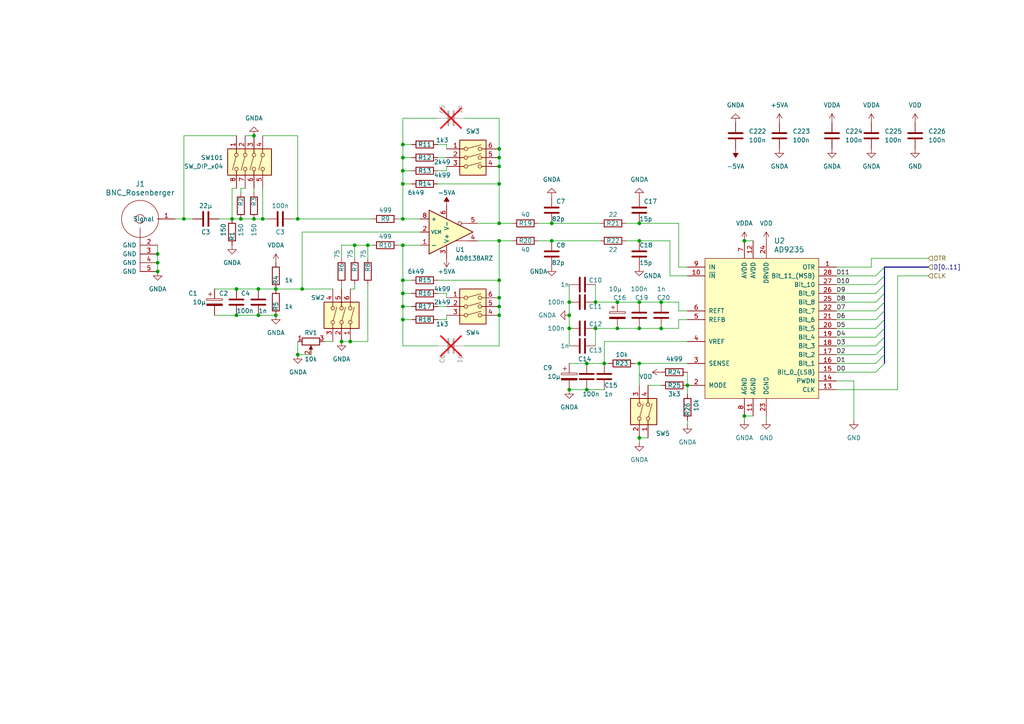
<source format=kicad_sch>
(kicad_sch (version 20230121) (generator eeschema)
  (paper "A4")
  (title_block (title "FX3 USB3 ADC") (date "2023-11-22") (rev "0.0.5") (comment 1 "Analog input + ADC"))
  (lib_symbols
    (symbol "ADC:AD9235" (pin_names (offset 1.016))
      (property "Reference" "U" (at -15.24 -21.59 0))
      (property "Value" "AD9235" (at -12.7 21.59 0))
      (symbol "AD9235_1_1"
        (pin input line (at 21.59 17.78 180) (length 5.08) (name "OTR") (number "1"))
        (pin input line (at -21.59 15.24 0) (length 5.08) (name "~{IN}") (number "10"))
        (pin power_in line (at -2.54 -25.4 90) (length 5.08) (name "AGND") (number "11"))
        (pin power_in line (at -2.54 25.4 270) (length 5.08) (name "AVDD") (number "12"))
        (pin input line (at 21.59 -17.78 180) (length 5.08) (name "CLK") (number "13"))
        (pin input line (at 21.59 -15.24 180) (length 5.08) (name "PWDN") (number "14"))
        (pin output line (at 21.59 -12.7 180) (length 5.08) (name "Bit_0_(LSB)") (number "15"))
        (pin output line (at 21.59 -10.16 180) (length 5.08) (name "Bit_1") (number "16"))
        (pin output line (at 21.59 -7.62 180) (length 5.08) (name "Bit_2") (number "17"))
        (pin output line (at 21.59 -5.08 180) (length 5.08) (name "Bit_3") (number "18"))
        (pin output line (at 21.59 -2.54 180) (length 5.08) (name "Bit_4") (number "19"))
        (pin input line (at -21.59 -16.51 0) (length 5.08) (name "MODE") (number "2"))
        (pin output line (at 21.59 0 180) (length 5.08) (name "Bit_5") (number "20"))
        (pin output line (at 21.59 2.54 180) (length 5.08) (name "Bit_6") (number "21"))
        (pin output line (at 21.59 5.08 180) (length 5.08) (name "Bit_7") (number "22"))
        (pin power_in line (at 1.27 -25.4 90) (length 5.08) (name "DGND") (number "23"))
        (pin power_in line (at 1.27 25.4 270) (length 5.08) (name "DRVDD") (number "24"))
        (pin output line (at 21.59 7.62 180) (length 5.08) (name "Bit_8") (number "25"))
        (pin output line (at 21.59 10.16 180) (length 5.08) (name "Bit_9") (number "26"))
        (pin output line (at 21.59 12.7 180) (length 5.08) (name "Bit_10") (number "27"))
        (pin output line (at 21.59 15.24 180) (length 5.08) (name "Bit_11_(MSB)") (number "28"))
        (pin input line (at -21.59 -10.16 0) (length 5.08) (name "SENSE") (number "3"))
        (pin input line (at -21.59 -3.81 0) (length 5.08) (name "VREF") (number "4"))
        (pin power_out line (at -21.59 2.54 0) (length 5.08) (name "REFB") (number "5"))
        (pin power_out line (at -21.59 5.08 0) (length 5.08) (name "REFT") (number "6"))
        (pin power_in line (at -5.08 25.4 270) (length 5.08) (name "AVDD") (number "7"))
        (pin power_in line (at -5.08 -25.4 90) (length 5.08) (name "AGND") (number "8"))
        (pin input line (at -21.59 17.78 0) (length 5.08) (name "IN") (number "9"))
      )
    )
    (symbol "Amplifier_Differential_AKL:AD8138ARZ"
      (property "Reference" "U" (at 8.89 11.43 0))
      (property "Value" "AD8138ARZ" (at 8.89 8.89 0))
      (symbol "AD8138ARZ_1_1"
        (pin input line (at -7.62 3.81 0) (length 2.54) (name "-") (number "1"))
        (pin input line (at -7.62 0 0) (length 2.54) (name "VCM") (number "2"))
        (pin power_in line (at 0 7.62 270) (length 3.84) (name "V+") (number "3"))
        (pin output line (at 8.89 2.54 180) (length 2.54) (name "~") (number "4"))
        (pin output line (at 8.89 -2.54 180) (length 2.54) (name "~") (number "5"))
        (pin power_in line (at 0 -7.62 90) (length 3.84) (name "V-") (number "6"))
        (pin no_connect line (at 0 0 0) (length 2.54) hide (name "NC") (number "7"))
        (pin input line (at -7.62 -3.81 0) (length 2.54) (name "+") (number "8"))
      )
    )
    (symbol "Device:C" (pin_numbers hide) (pin_names (offset 0.254))
      (property "Reference" "C" (at 0.635 2.54 0))
      (property "Value" "C" (at 0.635 -2.54 0))
      (symbol "C_1_1"
        (pin passive line (at 0 3.81 270) (length 2.794) (name "~") (number "1"))
        (pin passive line (at 0 -3.81 90) (length 2.794) (name "~") (number "2"))
      )
    )
    (symbol "Device:C_Polarized" (pin_numbers hide) (pin_names (offset 0.254))
      (property "Reference" "C" (at 0.635 2.54 0))
      (property "Value" "C_Polarized" (at 0.635 -2.54 0))
      (symbol "C_Polarized_1_1"
        (pin passive line (at 0 3.81 270) (length 2.794) (name "~") (number "1"))
        (pin passive line (at 0 -3.81 90) (length 2.794) (name "~") (number "2"))
      )
    )
    (symbol "Device:R" (pin_numbers hide) (pin_names (offset 0))
      (property "Reference" "R" (at 2.032 0 90))
      (property "Value" "R" (at 0 0 90))
      (symbol "R_1_1"
        (pin passive line (at 0 3.81 270) (length 1.27) (name "~") (number "1"))
        (pin passive line (at 0 -3.81 90) (length 1.27) (name "~") (number "2"))
      )
    )
    (symbol "Device:R_Potentiometer" (pin_names (offset 1.016) hide)
      (property "Reference" "RV" (at -4.445 0 90))
      (property "Value" "R_Potentiometer" (at -2.54 0 90))
      (symbol "R_Potentiometer_1_1"
        (pin passive line (at 0 3.81 270) (length 1.27) (name "1") (number "1"))
        (pin passive line (at 3.81 0 180) (length 1.27) (name "2") (number "2"))
        (pin passive line (at 0 -3.81 90) (length 1.27) (name "3") (number "3"))
      )
    )
    (symbol "Switch:SW_DIP_x02" (pin_names (offset 0) hide)
      (property "Reference" "SW" (at 0 6.35 0))
      (property "Value" "SW_DIP_x02" (at 0 -3.81 0))
      (symbol "SW_DIP_x02_1_1"
        (pin passive line (at -7.62 2.54 0) (length 5.08) (name "~") (number "1"))
        (pin passive line (at -7.62 0 0) (length 5.08) (name "~") (number "2"))
        (pin passive line (at 7.62 0 180) (length 5.08) (name "~") (number "3"))
        (pin passive line (at 7.62 2.54 180) (length 5.08) (name "~") (number "4"))
      )
    )
    (symbol "Switch:SW_DIP_x03" (pin_names (offset 0) hide)
      (property "Reference" "SW" (at 0 8.89 0))
      (property "Value" "SW_DIP_x03" (at 0 -3.81 0))
      (symbol "SW_DIP_x03_1_1"
        (pin passive line (at -7.62 5.08 0) (length 5.08) (name "~") (number "1"))
        (pin passive line (at -7.62 2.54 0) (length 5.08) (name "~") (number "2"))
        (pin passive line (at -7.62 0 0) (length 5.08) (name "~") (number "3"))
        (pin passive line (at 7.62 0 180) (length 5.08) (name "~") (number "4"))
        (pin passive line (at 7.62 2.54 180) (length 5.08) (name "~") (number "5"))
        (pin passive line (at 7.62 5.08 180) (length 5.08) (name "~") (number "6"))
      )
    )
    (symbol "Switch:SW_DIP_x04" (pin_names (offset 0) hide)
      (property "Reference" "SW" (at 0 8.89 0))
      (property "Value" "SW_DIP_x04" (at 0 -6.35 0))
      (symbol "SW_DIP_x04_1_1"
        (pin passive line (at -7.62 5.08 0) (length 5.08) (name "~") (number "1"))
        (pin passive line (at -7.62 2.54 0) (length 5.08) (name "~") (number "2"))
        (pin passive line (at -7.62 0 0) (length 5.08) (name "~") (number "3"))
        (pin passive line (at -7.62 -2.54 0) (length 5.08) (name "~") (number "4"))
        (pin passive line (at 7.62 -2.54 180) (length 5.08) (name "~") (number "5"))
        (pin passive line (at 7.62 0 180) (length 5.08) (name "~") (number "6"))
        (pin passive line (at 7.62 2.54 180) (length 5.08) (name "~") (number "7"))
        (pin passive line (at 7.62 5.08 180) (length 5.08) (name "~") (number "8"))
      )
    )
    (symbol "bnc_rosenberger:BNC_Rosenberger" (pin_names (offset 1.016))
      (property "Reference" "J" (at -3.81 6.35 0))
      (property "Value" "BNC_Rosenberger" (at -7.62 -5.08 90))
      (symbol "BNC_Rosenberger_1_1"
        (pin bidirectional line (at 10.16 0 180) (length 5.08) (name "Signal") (number "1"))
        (pin power_in line (at 5.08 -7.62 180) (length 5.08) (name "GND") (number "2"))
        (pin power_in line (at 5.08 -10.16 180) (length 5.08) (name "GND") (number "3"))
        (pin power_in line (at 5.08 -12.7 180) (length 5.08) (name "GND") (number "4"))
        (pin power_in line (at 5.08 -15.24 180) (length 5.08) (name "GND") (number "5"))
      )
    )
    (symbol "power:+5VA" (power) (pin_names (offset 0))
      (property "Value" "+5VA" (at 0 3.556 0))
      (symbol "+5VA_1_1"
        (pin power_in line (at 0 0 90) (length 0) hide (name "+5VA") (number "1"))
      )
    )
    (symbol "power:-5VA" (power) (pin_names (offset 0))
      (property "Value" "-5VA" (at 0 3.81 0))
      (symbol "-5VA_0_0"
        (pin power_in line (at 0 0 90) (length 0) hide (name "-5VA") (number "1"))
      )
    )
    (symbol "power:GND" (power) (pin_names (offset 0))
      (property "Value" "GND" (at 0 -3.81 0))
      (symbol "GND_1_1"
        (pin power_in line (at 0 0 270) (length 0) hide (name "GND") (number "1"))
      )
    )
    (symbol "power:GNDA" (power) (pin_names (offset 0))
      (property "Value" "GNDA" (at 0 -3.81 0))
      (symbol "GNDA_1_1"
        (pin power_in line (at 0 0 270) (length 0) hide (name "GNDA") (number "1"))
      )
    )
    (symbol "power:VDD" (power) (pin_names (offset 0))
      (property "Value" "VDD" (at 0 3.81 0))
      (symbol "VDD_1_1"
        (pin power_in line (at 0 0 90) (length 0) hide (name "VDD") (number "1"))
      )
    )
    (symbol "power:VDDA" (power) (pin_names (offset 0))
      (property "Value" "VDDA" (at 0 3.81 0))
      (symbol "VDDA_1_1"
        (pin power_in line (at 0 0 90) (length 0) hide (name "VDDA") (number "1"))
      )
    )
  )
  (junction (at 45.72 76.2))
  (junction (at 116.84 53.34))
  (junction (at 144.78 64.77))
  (junction (at 116.84 45.72))
  (junction (at 165.1 91.44))
  (junction (at 165.1 95.25))
  (junction (at 165.1 87.63))
  (junction (at 165.1 113.03))
  (junction (at 172.72 95.25))
  (junction (at 67.31 63.5))
  (junction (at 86.36 102.87))
  (junction (at 76.2 63.5))
  (junction (at 191.77 87.63))
  (junction (at 73.66 63.5))
  (junction (at 102.87 71.12))
  (junction (at 144.78 88.9))
  (junction (at 215.9 120.65))
  (junction (at 160.02 69.85))
  (junction (at 144.78 91.44))
  (junction (at 74.93 91.44))
  (junction (at 170.18 113.03))
  (junction (at 116.84 81.28))
  (junction (at 172.72 87.63))
  (junction (at 116.84 92.71))
  (junction (at 185.42 87.63))
  (junction (at 69.85 63.5))
  (junction (at 175.26 105.41))
  (junction (at 116.84 63.5))
  (junction (at 191.77 95.25))
  (junction (at 179.07 95.25))
  (junction (at 160.02 64.77))
  (junction (at 144.78 48.26))
  (junction (at 185.42 64.77))
  (junction (at 215.9 69.85))
  (junction (at 53.34 63.5))
  (junction (at 80.01 91.44))
  (junction (at 80.01 83.82))
  (junction (at 116.84 85.09))
  (junction (at 68.58 83.82))
  (junction (at 99.06 99.06))
  (junction (at 144.78 45.72))
  (junction (at 45.72 73.66))
  (junction (at 144.78 86.36))
  (junction (at 68.58 91.44))
  (junction (at 170.18 105.41))
  (junction (at 86.36 63.5))
  (junction (at 144.78 43.18))
  (junction (at 45.72 78.74))
  (junction (at 185.42 69.85))
  (junction (at 144.78 69.85))
  (junction (at 116.84 49.53))
  (junction (at 144.78 53.34))
  (junction (at 74.93 83.82))
  (junction (at 116.84 71.12))
  (junction (at 185.42 95.25))
  (junction (at 144.78 81.28))
  (junction (at 73.66 39.37))
  (junction (at 116.84 41.91))
  (junction (at 101.6 99.06))
  (junction (at 185.42 105.41))
  (junction (at 116.84 88.9))
  (junction (at 179.07 87.63))
  (junction (at 106.68 71.12))
  (junction (at 199.39 111.76))
  (junction (at 185.42 127))
  (junction (at 87.63 83.82))
  (bus_entry (at 256.54 85.09) (size -2.54 2.54))
  (bus_entry (at 256.54 102.87) (size -2.54 2.54))
  (bus_entry (at 256.54 80.01) (size -2.54 2.54))
  (bus_entry (at 256.54 90.17) (size -2.54 2.54))
  (bus_entry (at 256.54 105.41) (size -2.54 2.54))
  (bus_entry (at 256.54 97.79) (size -2.54 2.54))
  (bus_entry (at 256.54 87.63) (size -2.54 2.54))
  (bus_entry (at 256.54 77.47) (size -2.54 2.54))
  (bus_entry (at 256.54 100.33) (size -2.54 2.54))
  (bus_entry (at 256.54 95.25) (size -2.54 2.54))
  (bus_entry (at 256.54 92.71) (size -2.54 2.54))
  (bus_entry (at 256.54 82.55) (size -2.54 2.54))
  (wire (pts (xy 160.02 64.77) (xy 173.99 64.77)))
  (wire (pts (xy 242.57 80.01) (xy 254 80.01)))
  (wire (pts (xy 222.25 121.92) (xy 222.25 120.65)))
  (wire (pts (xy 63.5 63.5) (xy 67.31 63.5)))
  (wire (pts (xy 116.84 88.9) (xy 119.38 88.9)))
  (wire (pts (xy 102.87 83.82) (xy 102.87 82.55)))
  (wire (pts (xy 260.35 80.01) (xy 269.24 80.01)))
  (bus (pts (xy 256.54 80.01) (xy 256.54 82.55)))
  (wire (pts (xy 101.6 83.82) (xy 102.87 83.82)))
  (wire (pts (xy 185.42 105.41) (xy 185.42 111.76)))
  (wire (pts (xy 45.72 73.66) (xy 45.72 76.2)))
  (wire (pts (xy 116.84 53.34) (xy 116.84 63.5)))
  (wire (pts (xy 116.84 45.72) (xy 119.38 45.72)))
  (wire (pts (xy 185.42 105.41) (xy 199.39 105.41)))
  (bus (pts (xy 256.54 95.25) (xy 256.54 97.79)))
  (wire (pts (xy 116.84 100.33) (xy 127 100.33)))
  (wire (pts (xy 119.38 92.71) (xy 116.84 92.71)))
  (wire (pts (xy 127 92.71) (xy 129.54 92.71)))
  (wire (pts (xy 156.21 64.77) (xy 160.02 64.77)))
  (wire (pts (xy 129.54 49.53) (xy 129.54 48.26)))
  (wire (pts (xy 185.42 95.25) (xy 191.77 95.25)))
  (wire (pts (xy 242.57 82.55) (xy 254 82.55)))
  (bus (pts (xy 256.54 102.87) (xy 256.54 105.41)))
  (wire (pts (xy 252.73 77.47) (xy 252.73 74.93)))
  (wire (pts (xy 106.68 82.55) (xy 106.68 99.06)))
  (wire (pts (xy 199.39 111.76) (xy 199.39 114.3)))
  (wire (pts (xy 129.54 85.09) (xy 129.54 86.36)))
  (wire (pts (xy 165.1 87.63) (xy 165.1 91.44)))
  (wire (pts (xy 215.9 120.65) (xy 215.9 121.92)))
  (wire (pts (xy 172.72 82.55) (xy 172.72 87.63)))
  (wire (pts (xy 242.57 85.09) (xy 254 85.09)))
  (wire (pts (xy 172.72 87.63) (xy 179.07 87.63)))
  (wire (pts (xy 45.72 71.12) (xy 45.72 73.66)))
  (wire (pts (xy 73.66 55.88) (xy 73.66 54.61)))
  (wire (pts (xy 86.36 102.87) (xy 86.36 99.06)))
  (bus (pts (xy 256.54 97.79) (xy 256.54 100.33)))
  (wire (pts (xy 181.61 64.77) (xy 185.42 64.77)))
  (wire (pts (xy 106.68 74.93) (xy 106.68 71.12)))
  (wire (pts (xy 116.84 45.72) (xy 116.84 49.53)))
  (wire (pts (xy 99.06 71.12) (xy 99.06 74.93)))
  (bus (pts (xy 256.54 100.33) (xy 256.54 102.87)))
  (wire (pts (xy 215.9 69.85) (xy 218.44 69.85)))
  (wire (pts (xy 76.2 63.5) (xy 77.47 63.5)))
  (wire (pts (xy 116.84 34.29) (xy 116.84 41.91)))
  (wire (pts (xy 116.84 49.53) (xy 116.84 53.34)))
  (wire (pts (xy 165.1 113.03) (xy 170.18 113.03)))
  (wire (pts (xy 185.42 69.85) (xy 194.31 69.85)))
  (wire (pts (xy 172.72 95.25) (xy 179.07 95.25)))
  (wire (pts (xy 144.78 43.18) (xy 144.78 45.72)))
  (wire (pts (xy 185.42 127) (xy 185.42 128.27)))
  (bus (pts (xy 256.54 77.47) (xy 269.24 77.47)))
  (wire (pts (xy 165.1 95.25) (xy 165.1 100.33)))
  (bus (pts (xy 256.54 87.63) (xy 256.54 90.17)))
  (wire (pts (xy 175.26 99.06) (xy 199.39 99.06)))
  (wire (pts (xy 170.18 105.41) (xy 175.26 105.41)))
  (wire (pts (xy 144.78 100.33) (xy 144.78 91.44)))
  (wire (pts (xy 160.02 69.85) (xy 173.99 69.85)))
  (wire (pts (xy 76.2 39.37) (xy 86.36 39.37)))
  (wire (pts (xy 247.65 110.49) (xy 247.65 121.92)))
  (wire (pts (xy 67.31 54.61) (xy 67.31 63.5)))
  (wire (pts (xy 199.39 107.95) (xy 199.39 111.76)))
  (wire (pts (xy 102.87 71.12) (xy 99.06 71.12)))
  (wire (pts (xy 50.8 63.5) (xy 53.34 63.5)))
  (wire (pts (xy 134.62 34.29) (xy 144.78 34.29)))
  (wire (pts (xy 62.23 91.44) (xy 68.58 91.44)))
  (wire (pts (xy 242.57 102.87) (xy 254 102.87)))
  (wire (pts (xy 90.17 102.87) (xy 86.36 102.87)))
  (wire (pts (xy 242.57 92.71) (xy 254 92.71)))
  (wire (pts (xy 68.58 54.61) (xy 67.31 54.61)))
  (wire (pts (xy 129.54 41.91) (xy 129.54 43.18)))
  (wire (pts (xy 119.38 41.91) (xy 116.84 41.91)))
  (wire (pts (xy 196.85 95.25) (xy 196.85 92.71)))
  (wire (pts (xy 196.85 90.17) (xy 196.85 87.63)))
  (wire (pts (xy 67.31 63.5) (xy 69.85 63.5)))
  (wire (pts (xy 62.23 83.82) (xy 68.58 83.82)))
  (wire (pts (xy 119.38 85.09) (xy 116.84 85.09)))
  (wire (pts (xy 116.84 63.5) (xy 121.92 63.5)))
  (wire (pts (xy 116.84 71.12) (xy 121.92 71.12)))
  (wire (pts (xy 127 34.29) (xy 116.84 34.29)))
  (wire (pts (xy 127 88.9) (xy 129.54 88.9)))
  (wire (pts (xy 80.01 83.82) (xy 87.63 83.82)))
  (wire (pts (xy 242.57 100.33) (xy 254 100.33)))
  (wire (pts (xy 127 41.91) (xy 129.54 41.91)))
  (wire (pts (xy 85.09 63.5) (xy 86.36 63.5)))
  (wire (pts (xy 179.07 87.63) (xy 185.42 87.63)))
  (wire (pts (xy 69.85 54.61) (xy 69.85 55.88)))
  (wire (pts (xy 242.57 105.41) (xy 254 105.41)))
  (wire (pts (xy 87.63 83.82) (xy 96.52 83.82)))
  (wire (pts (xy 127 85.09) (xy 129.54 85.09)))
  (wire (pts (xy 215.9 120.65) (xy 218.44 120.65)))
  (bus (pts (xy 256.54 92.71) (xy 256.54 95.25)))
  (wire (pts (xy 116.84 85.09) (xy 116.84 81.28)))
  (wire (pts (xy 101.6 99.06) (xy 106.68 99.06)))
  (wire (pts (xy 185.42 127) (xy 187.96 127)))
  (wire (pts (xy 71.12 54.61) (xy 69.85 54.61)))
  (wire (pts (xy 138.43 64.77) (xy 144.78 64.77)))
  (wire (pts (xy 194.31 69.85) (xy 194.31 80.01)))
  (wire (pts (xy 86.36 63.5) (xy 107.95 63.5)))
  (wire (pts (xy 199.39 90.17) (xy 196.85 90.17)))
  (wire (pts (xy 99.06 83.82) (xy 99.06 82.55)))
  (wire (pts (xy 116.84 41.91) (xy 116.84 45.72)))
  (wire (pts (xy 116.84 88.9) (xy 116.84 92.71)))
  (wire (pts (xy 68.58 39.37) (xy 53.34 39.37)))
  (wire (pts (xy 87.63 67.31) (xy 87.63 83.82)))
  (wire (pts (xy 242.57 77.47) (xy 252.73 77.47)))
  (wire (pts (xy 194.31 80.01) (xy 199.39 80.01)))
  (wire (pts (xy 196.85 92.71) (xy 199.39 92.71)))
  (wire (pts (xy 127 53.34) (xy 144.78 53.34)))
  (wire (pts (xy 175.26 105.41) (xy 176.53 105.41)))
  (wire (pts (xy 93.98 99.06) (xy 96.52 99.06)))
  (wire (pts (xy 181.61 69.85) (xy 185.42 69.85)))
  (wire (pts (xy 45.72 76.2) (xy 45.72 78.74)))
  (wire (pts (xy 144.78 69.85) (xy 144.78 81.28)))
  (wire (pts (xy 68.58 83.82) (xy 74.93 83.82)))
  (wire (pts (xy 260.35 113.03) (xy 260.35 80.01)))
  (wire (pts (xy 172.72 95.25) (xy 172.72 100.33)))
  (wire (pts (xy 127 49.53) (xy 129.54 49.53)))
  (wire (pts (xy 242.57 113.03) (xy 260.35 113.03)))
  (wire (pts (xy 199.39 77.47) (xy 196.85 77.47)))
  (bus (pts (xy 256.54 77.47) (xy 256.54 80.01)))
  (wire (pts (xy 185.42 87.63) (xy 191.77 87.63)))
  (wire (pts (xy 144.78 88.9) (xy 144.78 91.44)))
  (wire (pts (xy 191.77 95.25) (xy 196.85 95.25)))
  (wire (pts (xy 144.78 48.26) (xy 144.78 53.34)))
  (wire (pts (xy 99.06 99.06) (xy 101.6 99.06)))
  (wire (pts (xy 185.42 64.77) (xy 196.85 64.77)))
  (wire (pts (xy 196.85 77.47) (xy 196.85 64.77)))
  (wire (pts (xy 74.93 83.82) (xy 80.01 83.82)))
  (wire (pts (xy 134.62 100.33) (xy 144.78 100.33)))
  (wire (pts (xy 116.84 88.9) (xy 116.84 85.09)))
  (wire (pts (xy 115.57 63.5) (xy 116.84 63.5)))
  (wire (pts (xy 144.78 81.28) (xy 144.78 86.36)))
  (wire (pts (xy 116.84 81.28) (xy 119.38 81.28)))
  (wire (pts (xy 156.21 69.85) (xy 160.02 69.85)))
  (wire (pts (xy 242.57 95.25) (xy 254 95.25)))
  (wire (pts (xy 68.58 91.44) (xy 74.93 91.44)))
  (wire (pts (xy 242.57 90.17) (xy 254 90.17)))
  (wire (pts (xy 144.78 53.34) (xy 144.78 64.77)))
  (wire (pts (xy 115.57 71.12) (xy 116.84 71.12)))
  (wire (pts (xy 165.1 91.44) (xy 165.1 95.25)))
  (wire (pts (xy 185.42 105.41) (xy 184.15 105.41)))
  (wire (pts (xy 127 45.72) (xy 129.54 45.72)))
  (wire (pts (xy 129.54 92.71) (xy 129.54 91.44)))
  (wire (pts (xy 116.84 81.28) (xy 116.84 71.12)))
  (wire (pts (xy 53.34 39.37) (xy 53.34 63.5)))
  (wire (pts (xy 87.63 67.31) (xy 121.92 67.31)))
  (wire (pts (xy 242.57 110.49) (xy 247.65 110.49)))
  (wire (pts (xy 242.57 87.63) (xy 254 87.63)))
  (wire (pts (xy 76.2 63.5) (xy 76.2 54.61)))
  (wire (pts (xy 102.87 74.93) (xy 102.87 71.12)))
  (wire (pts (xy 106.68 71.12) (xy 102.87 71.12)))
  (wire (pts (xy 73.66 63.5) (xy 76.2 63.5)))
  (wire (pts (xy 127 81.28) (xy 144.78 81.28)))
  (wire (pts (xy 144.78 34.29) (xy 144.78 43.18)))
  (wire (pts (xy 69.85 63.5) (xy 73.66 63.5)))
  (wire (pts (xy 165.1 105.41) (xy 170.18 105.41)))
  (wire (pts (xy 242.57 97.79) (xy 254 97.79)))
  (wire (pts (xy 144.78 86.36) (xy 144.78 88.9)))
  (bus (pts (xy 256.54 90.17) (xy 256.54 92.71)))
  (wire (pts (xy 187.96 111.76) (xy 191.77 111.76)))
  (wire (pts (xy 55.88 63.5) (xy 53.34 63.5)))
  (wire (pts (xy 116.84 92.71) (xy 116.84 100.33)))
  (wire (pts (xy 116.84 53.34) (xy 119.38 53.34)))
  (wire (pts (xy 170.18 113.03) (xy 175.26 113.03)))
  (wire (pts (xy 74.93 91.44) (xy 80.01 91.44)))
  (wire (pts (xy 199.39 121.92) (xy 199.39 123.19)))
  (wire (pts (xy 191.77 87.63) (xy 196.85 87.63)))
  (bus (pts (xy 256.54 85.09) (xy 256.54 87.63)))
  (wire (pts (xy 144.78 45.72) (xy 144.78 48.26)))
  (wire (pts (xy 242.57 107.95) (xy 254 107.95)))
  (wire (pts (xy 106.68 71.12) (xy 107.95 71.12)))
  (wire (pts (xy 144.78 69.85) (xy 148.59 69.85)))
  (wire (pts (xy 252.73 74.93) (xy 269.24 74.93)))
  (wire (pts (xy 71.12 39.37) (xy 73.66 39.37)))
  (wire (pts (xy 116.84 49.53) (xy 119.38 49.53)))
  (wire (pts (xy 179.07 95.25) (xy 185.42 95.25)))
  (wire (pts (xy 86.36 39.37) (xy 86.36 63.5)))
  (bus (pts (xy 256.54 82.55) (xy 256.54 85.09)))
  (wire (pts (xy 175.26 105.41) (xy 175.26 99.06)))
  (wire (pts (xy 165.1 82.55) (xy 165.1 87.63)))
  (wire (pts (xy 144.78 64.77) (xy 148.59 64.77)))
  (wire (pts (xy 138.43 69.85) (xy 144.78 69.85)))
  (label "D5" (at 242.57 95.25 0))
  (label "D4" (at 242.57 97.79 0))
  (label "D6" (at 242.57 92.71 0))
  (label "D10" (at 242.57 82.55 0))
  (label "D8" (at 242.57 87.63 0))
  (label "D3" (at 242.57 100.33 0))
  (label "D11" (at 242.57 80.01 0))
  (label "D7" (at 242.57 90.17 0))
  (label "D1" (at 242.57 105.41 0))
  (label "D9" (at 242.57 85.09 0))
  (label "D2" (at 242.57 102.87 0))
  (label "D0" (at 242.57 107.95 0))
  (hierarchical_label "CLK" (shape input) (at 269.24 80.01 0))
  (hierarchical_label "D[0..11]" (shape input) (at 269.24 77.47 0))
  (hierarchical_label "OTR" (shape input) (at 269.24 74.93 0))
  (symbol (lib_id "power:GNDA") (at 213.36 35.56 180) (unit 1)
    (property "Reference" "#PWR019" (effects hide))
    (property "Value" "GNDA" (at 213.36 30.48 0))
    (instances (project "adc_usb3" (path "" (reference "#PWR019") (unit 1)) (path "" (reference "#PWR0128") (unit 1)) (path "" (reference "#PWR0219") (unit 1))))
  )
  (symbol (lib_id "power:GNDA") (at 160.02 57.15 180) (unit 1)
    (property "Reference" "#PWR09" (effects hide))
    (property "Value" "GNDA" (at 160.02 52.07 0))
    (instances (project "adc_usb3" (path "" (reference "#PWR09") (unit 1)) (path "" (reference "#PWR0119") (unit 1)) (path "" (reference "#PWR0210") (unit 1))))
  )
  (symbol (lib_id "Device:R") (at 80.01 87.63 180) (unit 1)
    (property "Reference" "R5" (at 80.01 90.17 90) (effects (justify right)))
    (property "Value" "1k" (at 82.55 88.9 0) (effects (justify right)))
    (property "Footprint" "Resistor_SMD:R_0805_2012Metric" (effects hide))
    (instances (project "adc_usb3" (path "" (reference "R5") (unit 1)) (path "" (reference "R105") (unit 1)) (path "" (reference "R205") (unit 1))))
  )
  (symbol (lib_id "Device:C") (at 213.36 39.37 0) (unit 1)
    (property "Reference" "C222" (at 217.17 38.1 0) (effects (justify left)))
    (property "Value" "100n" (at 217.17 40.64 0) (effects (justify left)))
    (property "Footprint" "Capacitor_SMD:C_0805_2012Metric" (effects hide))
    (instances (project "adc_usb3" (path "" (reference "C222") (unit 1)) (path "" (reference "C122") (unit 1))))
  )
  (symbol (lib_id "Device:R") (at 106.68 78.74 0) (mirror y) (unit 1)
    (property "Reference" "R8" (at 106.68 76.2 90) (effects (justify right)))
    (property "Value" "75" (at 105.41 72.39 90) (effects (justify right)))
    (property "Footprint" "Resistor_SMD:R_0805_2012Metric" (effects hide))
    (instances (project "adc_usb3" (path "" (reference "R8") (unit 1)) (path "" (reference "R108") (unit 1)) (path "" (reference "R208") (unit 1))))
  )
  (symbol (lib_id "power:GNDA") (at 252.73 43.18 0) (unit 1)
    (property "Reference" "#PWR019" (effects hide))
    (property "Value" "GNDA" (at 252.73 48.26 0))
    (instances (project "adc_usb3" (path "" (reference "#PWR019") (unit 1)) (path "" (reference "#PWR0140") (unit 1)) (path "" (reference "#PWR0231") (unit 1))))
  )
  (symbol (lib_id "power:GNDA") (at 80.01 91.44 0) (unit 1)
    (property "Reference" "#PWR04" (effects hide))
    (property "Value" "GNDA" (at 80.01 96.52 0))
    (instances (project "adc_usb3" (path "" (reference "#PWR04") (unit 1)) (path "" (reference "#PWR0114") (unit 1)) (path "" (reference "#PWR0205") (unit 1))))
  )
  (symbol (lib_id "Device:C") (at 226.06 39.37 0) (unit 1)
    (property "Reference" "C223" (at 229.87 38.1 0) (effects (justify left)))
    (property "Value" "100n" (at 229.87 40.64 0) (effects (justify left)))
    (property "Footprint" "Capacitor_SMD:C_0805_2012Metric" (effects hide))
    (instances (project "adc_usb3" (path "" (reference "C223") (unit 1)) (path "" (reference "C123") (unit 1))))
  )
  (symbol (lib_id "power:+5VA") (at 226.06 35.56 0) (unit 1)
    (property "Reference" "#PWR0134" (effects hide))
    (property "Value" "+5VA" (at 226.06 30.48 0))
    (instances (project "adc_usb3" (path "" (reference "#PWR0134") (unit 1)) (path "" (reference "#PWR0225") (unit 1))))
  )
  (symbol (lib_id "power:GNDA") (at 165.1 113.03 0) (unit 1)
    (property "Reference" "#PWR012" (effects hide))
    (property "Value" "GNDA" (at 165.1 118.11 0))
    (instances (project "adc_usb3" (path "" (reference "#PWR012") (unit 1)) (path "" (reference "#PWR0122") (unit 1)) (path "" (reference "#PWR0213") (unit 1))))
  )
  (symbol (lib_id "power:GNDA") (at 185.42 77.47 0) (unit 1)
    (property "Reference" "#PWR014" (effects hide))
    (property "Value" "GNDA" (at 189.23 80.01 0))
    (instances (project "adc_usb3" (path "" (reference "#PWR014") (unit 1)) (path "" (reference "#PWR0124") (unit 1)) (path "" (reference "#PWR0215") (unit 1))))
  )
  (symbol (lib_id "Device:R") (at 123.19 53.34 90) (unit 1)
    (property "Reference" "R14" (at 123.19 53.34 90))
    (property "Value" "6k49" (at 120.65 55.88 90))
    (property "Footprint" "Resistor_SMD:R_0805_2012Metric" (effects hide))
    (instances (project "adc_usb3" (path "" (reference "R14") (unit 1)) (path "" (reference "R114") (unit 1)) (path "" (reference "R214") (unit 1))))
  )
  (symbol (lib_id "Device:C") (at 168.91 100.33 90) (unit 1)
    (property "Reference" "C13" (at 172.72 101.6 90))
    (property "Value" "1n" (at 163.83 100.33 90))
    (property "Footprint" "Capacitor_SMD:C_0805_2012Metric" (effects hide))
    (instances (project "adc_usb3" (path "" (reference "C13") (unit 1)) (path "" (reference "C114") (unit 1)) (path "" (reference "C214") (unit 1))))
  )
  (symbol (lib_id "Device:C") (at 175.26 109.22 0) (unit 1)
    (property "Reference" "C15" (at 175.26 111.76 0) (effects (justify left)))
    (property "Value" "1n" (at 175.26 114.3 0) (effects (justify left)))
    (property "Footprint" "Capacitor_SMD:C_0805_2012Metric" (effects hide))
    (instances (project "adc_usb3" (path "" (reference "C15") (unit 1)) (path "" (reference "C116") (unit 1)) (path "" (reference "C216") (unit 1))))
  )
  (symbol (lib_id "Device:C") (at 68.58 87.63 0) (unit 1)
    (property "Reference" "C2" (at 63.5 85.09 0) (effects (justify left)))
    (property "Value" "100n" (at 68.58 90.17 0) (effects (justify left)))
    (property "Footprint" "Capacitor_SMD:C_0805_2012Metric" (effects hide))
    (instances (project "adc_usb3" (path "" (reference "C2") (unit 1)) (path "" (reference "C103") (unit 1)) (path "" (reference "C203") (unit 1))))
  )
  (symbol (lib_id "Device:R") (at 195.58 107.95 90) (unit 1)
    (property "Reference" "R24" (at 195.58 107.95 90))
    (property "Value" "4k99" (at 195.58 104.14 90))
    (property "Footprint" "Resistor_SMD:R_0805_2012Metric" (effects hide))
    (instances (project "adc_usb3" (path "" (reference "R24") (unit 1)) (path "" (reference "R124") (unit 1)) (path "" (reference "R224") (unit 1))))
  )
  (symbol (lib_id "Device:C") (at 130.81 34.29 90) (unit 1) (dnp yes)
    (property "Reference" "C5" (at 128.27 33.02 0) (effects (justify left)))
    (property "Value" "1p" (at 133.35 33.02 0) (effects (justify left)))
    (property "Footprint" "Capacitor_SMD:C_0805_2012Metric" (effects hide))
    (instances (project "adc_usb3" (path "" (reference "C5") (unit 1)) (path "" (reference "C106") (unit 1)) (path "" (reference "C206") (unit 1))))
  )
  (symbol (lib_id "Device:C") (at 130.81 100.33 90) (unit 1) (dnp yes)
    (property "Reference" "C6" (at 128.27 105.41 0) (effects (justify left)))
    (property "Value" "1p" (at 133.35 105.41 0) (effects (justify left)))
    (property "Footprint" "Capacitor_SMD:C_0805_2012Metric" (effects hide))
    (instances (project "adc_usb3" (path "" (reference "C6") (unit 1)) (path "" (reference "C107") (unit 1)) (path "" (reference "C207") (unit 1))))
  )
  (symbol (lib_id "Switch:SW_DIP_x03") (at 137.16 91.44 0) (unit 1)
    (property "Reference" "SW4" (at 137.16 96.52 0))
    (property "Value" "SW_DIP_x03" (effects hide))
    (property "Footprint" "Button_Switch_SMD:SW_DIP_SPSTx03_Slide_6.7x9.18mm_W8.61mm_P2.54mm_LowProfile" (effects hide))
    (instances (project "adc_usb3" (path "" (reference "SW4") (unit 1)) (path "" (reference "SW104") (unit 1)) (path "" (reference "SW204") (unit 1))))
  )
  (symbol (lib_id "power:+5VA") (at 129.54 74.93 180) (unit 1)
    (property "Reference" "#PWR0118" (effects hide))
    (property "Value" "+5VA" (at 129.54 78.74 0))
    (instances (project "adc_usb3" (path "" (reference "#PWR0118") (unit 1)) (path "" (reference "#PWR0209") (unit 1))))
  )
  (symbol (lib_id "power:GND") (at 265.43 43.18 0) (unit 1)
    (property "Reference" "#PWR0142" (effects hide))
    (property "Value" "GND" (at 265.43 48.26 0))
    (instances (project "adc_usb3" (path "" (reference "#PWR0142") (unit 1)) (path "" (reference "#PWR0233") (unit 1))))
  )
  (symbol (lib_id "Device:R") (at 111.76 63.5 90) (unit 1)
    (property "Reference" "R9" (at 111.76 63.5 90))
    (property "Value" "499" (at 111.76 60.96 90))
    (property "Footprint" "Resistor_SMD:R_0805_2012Metric" (effects hide))
    (instances (project "adc_usb3" (path "" (reference "R9") (unit 1)) (path "" (reference "R109") (unit 1)) (path "" (reference "R209") (unit 1))))
  )
  (symbol (lib_id "power:GNDA") (at 99.06 99.06 0) (mirror y) (unit 1)
    (property "Reference" "#PWR06" (effects hide))
    (property "Value" "GNDA" (at 99.06 104.14 0))
    (instances (project "adc_usb3" (path "" (reference "#PWR06") (unit 1)) (path "" (reference "#PWR0116") (unit 1)) (path "" (reference "#PWR0207") (unit 1))))
  )
  (symbol (lib_id "Device:R_Potentiometer") (at 90.17 99.06 90) (mirror x) (unit 1)
    (property "Reference" "RV1" (at 90.17 96.52 90))
    (property "Value" "10k" (at 90.17 104.14 90))
    (property "Footprint" "Potentiometer_THT:Potentiometer_Bourns_3266W_Vertical" (effects hide))
    (instances (project "adc_usb3" (path "" (reference "RV1") (unit 1)) (path "" (reference "RV101") (unit 1)) (path "" (reference "RV201") (unit 1))))
  )
  (symbol (lib_id "Device:R") (at 195.58 111.76 90) (unit 1)
    (property "Reference" "R25" (at 195.58 111.76 90))
    (property "Value" "3k3" (at 195.58 114.3 90))
    (property "Footprint" "Resistor_SMD:R_0805_2012Metric" (effects hide))
    (instances (project "adc_usb3" (path "" (reference "R25") (unit 1)) (path "" (reference "R125") (unit 1)) (path "" (reference "R225") (unit 1))))
  )
  (symbol (lib_id "power:GNDA") (at 241.3 43.18 0) (unit 1)
    (property "Reference" "#PWR019" (effects hide))
    (property "Value" "GNDA" (at 241.3 48.26 0))
    (instances (project "adc_usb3" (path "" (reference "#PWR019") (unit 1)) (path "" (reference "#PWR0137") (unit 1)) (path "" (reference "#PWR0228") (unit 1))))
  )
  (symbol (lib_id "power:VDD") (at 265.43 35.56 0) (unit 1)
    (property "Reference" "#PWR0141" (effects hide))
    (property "Value" "VDD" (at 265.43 30.48 0))
    (instances (project "adc_usb3" (path "" (reference "#PWR0141") (unit 1)) (path "" (reference "#PWR0232") (unit 1))))
  )
  (symbol (lib_id "power:GNDA") (at 226.06 43.18 0) (unit 1)
    (property "Reference" "#PWR019" (effects hide))
    (property "Value" "GNDA" (at 226.06 48.26 0))
    (instances (project "adc_usb3" (path "" (reference "#PWR019") (unit 1)) (path "" (reference "#PWR0135") (unit 1)) (path "" (reference "#PWR0226") (unit 1))))
  )
  (symbol (lib_id "power:GNDA") (at 86.36 102.87 0) (mirror y) (unit 1)
    (property "Reference" "#PWR05" (effects hide))
    (property "Value" "GNDA" (at 83.82 107.95 0) (effects (justify right)))
    (instances (project "adc_usb3" (path "" (reference "#PWR05") (unit 1)) (path "" (reference "#PWR0115") (unit 1)) (path "" (reference "#PWR0206") (unit 1))))
  )
  (symbol (lib_id "Device:C") (at 252.73 39.37 0) (unit 1)
    (property "Reference" "C225" (at 256.54 38.1 0) (effects (justify left)))
    (property "Value" "100n" (at 256.54 40.64 0) (effects (justify left)))
    (property "Footprint" "Capacitor_SMD:C_0805_2012Metric" (effects hide))
    (instances (project "adc_usb3" (path "" (reference "C225") (unit 1)) (path "" (reference "C125") (unit 1))))
  )
  (symbol (lib_id "power:-5VA") (at 213.36 43.18 180) (unit 1)
    (property "Reference" "#PWR0129" (effects hide))
    (property "Value" "-5VA" (at 213.36 48.26 0))
    (instances (project "adc_usb3" (path "" (reference "#PWR0129") (unit 1)) (path "" (reference "#PWR0220") (unit 1))))
  )
  (symbol (lib_id "Switch:SW_DIP_x04") (at 73.66 46.99 90) (mirror x) (unit 1)
    (property "Reference" "SW101" (at 64.77 45.72 90) (effects (justify left)))
    (property "Value" "SW_DIP_x04" (at 64.77 48.26 90) (effects (justify left)))
    (property "Footprint" "Button_Switch_SMD:SW_DIP_SPSTx04_Slide_6.7x11.72mm_W8.61mm_P2.54mm_LowProfile" (effects hide))
    (instances (project "adc_usb3" (path "" (reference "SW101") (unit 1)) (path "" (reference "SW201") (unit 1))))
  )
  (symbol (lib_id "Device:R") (at 123.19 45.72 90) (unit 1)
    (property "Reference" "R12" (at 123.19 45.72 90))
    (property "Value" "2k49" (at 128.27 46.99 90))
    (property "Footprint" "Resistor_SMD:R_0805_2012Metric" (effects hide))
    (instances (project "adc_usb3" (path "" (reference "R12") (unit 1)) (path "" (reference "R112") (unit 1)) (path "" (reference "R212") (unit 1))))
  )
  (symbol (lib_id "power:VDDA") (at 241.3 35.56 0) (unit 1)
    (property "Reference" "#PWR018" (effects hide))
    (property "Value" "VDDA" (at 241.3 30.48 0))
    (instances (project "adc_usb3" (path "" (reference "#PWR018") (unit 1)) (path "" (reference "#PWR0136") (unit 1)) (path "" (reference "#PWR0227") (unit 1))))
  )
  (symbol (lib_id "power:GNDA") (at 160.02 77.47 0) (unit 1)
    (property "Reference" "#PWR010" (effects hide))
    (property "Value" "GNDA" (at 156.21 78.74 0))
    (instances (project "adc_usb3" (path "" (reference "#PWR010") (unit 1)) (path "" (reference "#PWR0120") (unit 1)) (path "" (reference "#PWR0211") (unit 1))))
  )
  (symbol (lib_id "bnc_rosenberger:BNC_Rosenberger") (at 40.64 63.5 0) (unit 1)
    (property "Reference" "J1" (at 40.64 53.34 0) (effects (font (size 1.524 1.524))))
    (property "Value" "BNC_Rosenberger" (at 40.64 55.88 0) (effects (font (size 1.524 1.524))))
    (property "Footprint" "BNC_Rosenberger:BNC Socket" (effects hide))
    (instances (project "adc_usb3" (path "" (reference "J1") (unit 1)) (path "" (reference "J101") (unit 1)) (path "" (reference "J201") (unit 1))))
  )
  (symbol (lib_id "power:GNDA") (at 185.42 128.27 0) (unit 1)
    (property "Reference" "#PWR015" (effects hide))
    (property "Value" "GNDA" (at 185.42 133.35 0))
    (instances (project "adc_usb3" (path "" (reference "#PWR015") (unit 1)) (path "" (reference "#PWR0125") (unit 1)) (path "" (reference "#PWR0216") (unit 1))))
  )
  (symbol (lib_id "Device:C") (at 191.77 91.44 0) (unit 1)
    (property "Reference" "C20" (at 190.5 86.36 0) (effects (justify left)))
    (property "Value" "1n" (at 190.5 83.82 0) (effects (justify left)))
    (property "Footprint" "Capacitor_SMD:C_0805_2012Metric" (effects hide))
    (instances (project "adc_usb3" (path "" (reference "C20") (unit 1)) (path "" (reference "C121") (unit 1)) (path "" (reference "C221") (unit 1))))
  )
  (symbol (lib_id "Amplifier_Differential_AKL:AD8138ARZ") (at 129.54 67.31 0) (mirror x) (unit 1)
    (property "Reference" "U1" (at 132.08 72.39 0) (effects (justify left)))
    (property "Value" "AD8138ARZ" (at 132.08 74.93 0) (effects (justify left)))
    (property "Footprint" "Package_SO:SO-8_3.9x4.9mm_P1.27mm" (effects hide))
    (property "Datasheet" "https://www.analog.com/media/en/technical-documentation/data-sheets/AD8138.pdf" (effects hide))
    (instances (project "adc_usb3" (path "" (reference "U1") (unit 1)) (path "" (reference "U101") (unit 1)) (path "" (reference "U201") (unit 1))))
  )
  (symbol (lib_id "power:VDDA") (at 80.01 76.2 0) (unit 1)
    (property "Reference" "#PWR03" (effects hide))
    (property "Value" "VDDA" (at 80.01 71.12 0))
    (instances (project "adc_usb3" (path "" (reference "#PWR03") (unit 1)) (path "" (reference "#PWR0113") (unit 1)) (path "" (reference "#PWR0204") (unit 1))))
  )
  (symbol (lib_id "Device:C") (at 81.28 63.5 90) (mirror x) (unit 1)
    (property "Reference" "C3" (at 81.28 67.31 90))
    (property "Value" "100n" (at 81.28 59.69 90))
    (property "Footprint" "Capacitor_SMD:C_1206_3216Metric" (effects hide))
    (instances (project "adc_usb3" (path "" (reference "C3") (unit 1)) (path "" (reference "C105") (unit 1)) (path "" (reference "C205") (unit 1))))
  )
  (symbol (lib_id "Device:R") (at 177.8 69.85 90) (unit 1)
    (property "Reference" "R22" (at 177.8 69.85 90))
    (property "Value" "22" (at 177.8 72.39 90))
    (property "Footprint" "Resistor_SMD:R_0805_2012Metric" (effects hide))
    (instances (project "adc_usb3" (path "" (reference "R22") (unit 1)) (path "" (reference "R122") (unit 1)) (path "" (reference "R222") (unit 1))))
  )
  (symbol (lib_id "Device:C") (at 185.42 91.44 0) (unit 1)
    (property "Reference" "C19" (at 184.15 86.36 0) (effects (justify left)))
    (property "Value" "100n" (at 182.88 83.82 0) (effects (justify left)))
    (property "Footprint" "Capacitor_SMD:C_0805_2012Metric" (effects hide))
    (instances (project "adc_usb3" (path "" (reference "C19") (unit 1)) (path "" (reference "C120") (unit 1)) (path "" (reference "C220") (unit 1))))
  )
  (symbol (lib_id "Device:R") (at 180.34 105.41 90) (unit 1)
    (property "Reference" "R23" (at 180.34 105.41 90))
    (property "Value" "10k" (at 180.34 102.87 90))
    (property "Footprint" "Resistor_SMD:R_0805_2012Metric" (effects hide))
    (instances (project "adc_usb3" (path "" (reference "R23") (unit 1)) (path "" (reference "R123") (unit 1)) (path "" (reference "R223") (unit 1))))
  )
  (symbol (lib_id "Device:R") (at 123.19 85.09 90) (unit 1)
    (property "Reference" "R16" (at 123.19 85.09 90))
    (property "Value" "4k99" (at 128.27 83.82 90))
    (property "Footprint" "Resistor_SMD:R_0805_2012Metric" (effects hide))
    (instances (project "adc_usb3" (path "" (reference "R16") (unit 1)) (path "" (reference "R116") (unit 1)) (path "" (reference "R216") (unit 1))))
  )
  (symbol (lib_id "Device:C") (at 185.42 73.66 0) (unit 1)
    (property "Reference" "C18" (at 185.42 71.12 0) (effects (justify left)))
    (property "Value" "15p" (at 185.42 76.2 0) (effects (justify left)))
    (property "Footprint" "Capacitor_SMD:C_0805_2012Metric" (effects hide))
    (instances (project "adc_usb3" (path "" (reference "C18") (unit 1)) (path "" (reference "C119") (unit 1)) (path "" (reference "C219") (unit 1))))
  )
  (symbol (lib_id "Device:R") (at 177.8 64.77 90) (unit 1)
    (property "Reference" "R21" (at 177.8 64.77 90))
    (property "Value" "22" (at 177.8 62.23 90))
    (property "Footprint" "Resistor_SMD:R_0805_2012Metric" (effects hide))
    (instances (project "adc_usb3" (path "" (reference "R21") (unit 1)) (path "" (reference "R121") (unit 1)) (path "" (reference "R221") (unit 1))))
  )
  (symbol (lib_id "Device:C_Polarized") (at 179.07 91.44 0) (unit 1)
    (property "Reference" "C16" (at 177.8 86.36 0) (effects (justify left)))
    (property "Value" "10µ" (at 176.53 83.82 0) (effects (justify left)))
    (property "Footprint" "Capacitor_Tantalum_SMD:CP_EIA-3528-21_Kemet-B_Pad1.50x2.35mm_HandSolder" (effects hide))
    (instances (project "adc_usb3" (path "" (reference "C16") (unit 1)) (path "" (reference "C117") (unit 1)) (path "" (reference "C217") (unit 1))))
  )
  (symbol (lib_id "power:VDDA") (at 252.73 35.56 0) (unit 1)
    (property "Reference" "#PWR018" (effects hide))
    (property "Value" "VDDA" (at 252.73 30.48 0))
    (instances (project "adc_usb3" (path "" (reference "#PWR018") (unit 1)) (path "" (reference "#PWR0139") (unit 1)) (path "" (reference "#PWR0230") (unit 1))))
  )
  (symbol (lib_id "power:VDD") (at 222.25 69.85 0) (unit 1)
    (property "Reference" "#PWR0132" (effects hide))
    (property "Value" "VDD" (at 222.25 64.77 0))
    (instances (project "adc_usb3" (path "" (reference "#PWR0132") (unit 1)) (path "" (reference "#PWR0223") (unit 1))))
  )
  (symbol (lib_id "Device:C") (at 265.43 39.37 0) (unit 1)
    (property "Reference" "C226" (at 269.24 38.1 0) (effects (justify left)))
    (property "Value" "100n" (at 269.24 40.64 0) (effects (justify left)))
    (property "Footprint" "Capacitor_SMD:C_0805_2012Metric" (effects hide))
    (instances (project "adc_usb3" (path "" (reference "C226") (unit 1)) (path "" (reference "C126") (unit 1))))
  )
  (symbol (lib_id "Device:R") (at 102.87 78.74 0) (mirror y) (unit 1)
    (property "Reference" "R7" (at 102.87 76.2 90) (effects (justify right)))
    (property "Value" "75" (at 101.6 72.39 90) (effects (justify right)))
    (property "Footprint" "Resistor_SMD:R_0805_2012Metric" (effects hide))
    (instances (project "adc_usb3" (path "" (reference "R7") (unit 1)) (path "" (reference "R107") (unit 1)) (path "" (reference "R207") (unit 1))))
  )
  (symbol (lib_id "Device:C") (at 170.18 109.22 0) (unit 1)
    (property "Reference" "C14" (at 167.64 104.14 0) (effects (justify left)))
    (property "Value" "100n" (at 168.91 114.3 0) (effects (justify left)))
    (property "Footprint" "Capacitor_SMD:C_0805_2012Metric" (effects hide))
    (instances (project "adc_usb3" (path "" (reference "C14") (unit 1)) (path "" (reference "C115") (unit 1)) (path "" (reference "C215") (unit 1))))
  )
  (symbol (lib_id "Device:R") (at 67.31 67.31 180) (unit 1)
    (property "Reference" "R1" (at 67.31 69.85 90) (effects (justify right)))
    (property "Value" "150" (at 64.77 68.58 90) (effects (justify right)))
    (property "Footprint" "Resistor_SMD:R_0805_2012Metric" (effects hide))
    (instances (project "adc_usb3" (path "" (reference "R1") (unit 1)) (path "" (reference "R101") (unit 1)) (path "" (reference "R201") (unit 1))))
  )
  (symbol (lib_id "Device:C") (at 168.91 87.63 90) (unit 1)
    (property "Reference" "C11" (at 172.72 88.9 90))
    (property "Value" "100n" (at 161.29 87.63 90))
    (property "Footprint" "Capacitor_SMD:C_0805_2012Metric" (effects hide))
    (instances (project "adc_usb3" (path "" (reference "C11") (unit 1)) (path "" (reference "C112") (unit 1)) (path "" (reference "C212") (unit 1))))
  )
  (symbol (lib_id "Device:C") (at 168.91 82.55 90) (unit 1)
    (property "Reference" "C10" (at 172.72 81.28 90))
    (property "Value" "1n" (at 163.83 82.55 90))
    (property "Footprint" "Capacitor_SMD:C_0805_2012Metric" (effects hide))
    (instances (project "adc_usb3" (path "" (reference "C10") (unit 1)) (path "" (reference "C111") (unit 1)) (path "" (reference "C211") (unit 1))))
  )
  (symbol (lib_id "Device:R") (at 111.76 71.12 90) (unit 1)
    (property "Reference" "R10" (at 111.76 71.12 90))
    (property "Value" "499" (at 111.76 68.58 90))
    (property "Footprint" "Resistor_SMD:R_0805_2012Metric" (effects hide))
    (instances (project "adc_usb3" (path "" (reference "R10") (unit 1)) (path "" (reference "R110") (unit 1)) (path "" (reference "R210") (unit 1))))
  )
  (symbol (lib_id "power:GNDA") (at 165.1 91.44 270) (unit 1)
    (property "Reference" "#PWR011" (effects hide))
    (property "Value" "GNDA" (at 161.29 91.44 90) (effects (justify right)))
    (instances (project "adc_usb3" (path "" (reference "#PWR011") (unit 1)) (path "" (reference "#PWR0121") (unit 1)) (path "" (reference "#PWR0212") (unit 1))))
  )
  (symbol (lib_id "Switch:SW_DIP_x03") (at 137.16 48.26 0) (unit 1)
    (property "Reference" "SW3" (at 137.16 38.1 0))
    (property "Value" "SW_DIP_x03" (effects hide))
    (property "Footprint" "Button_Switch_SMD:SW_DIP_SPSTx03_Slide_6.7x9.18mm_W8.61mm_P2.54mm_LowProfile" (effects hide))
    (instances (project "adc_usb3" (path "" (reference "SW3") (unit 1)) (path "" (reference "SW103") (unit 1)) (path "" (reference "SW203") (unit 1))))
  )
  (symbol (lib_id "Device:R") (at 69.85 59.69 0) (mirror y) (unit 1)
    (property "Reference" "R2" (at 69.85 57.15 90) (effects (justify right)))
    (property "Value" "150" (at 69.85 64.77 90) (effects (justify right)))
    (property "Footprint" "Resistor_SMD:R_0805_2012Metric" (effects hide))
    (instances (project "adc_usb3" (path "" (reference "R2") (unit 1)) (path "" (reference "R102") (unit 1)) (path "" (reference "R202") (unit 1))))
  )
  (symbol (lib_id "power:GNDA") (at 199.39 123.19 0) (unit 1)
    (property "Reference" "#PWR017" (effects hide))
    (property "Value" "GNDA" (at 199.39 128.27 0))
    (instances (project "adc_usb3" (path "" (reference "#PWR017") (unit 1)) (path "" (reference "#PWR0127") (unit 1)) (path "" (reference "#PWR0218") (unit 1))))
  )
  (symbol (lib_id "Device:C_Polarized") (at 62.23 87.63 0) (unit 1)
    (property "Reference" "C1" (at 54.61 85.09 0) (effects (justify left)))
    (property "Value" "10µ" (at 55.88 87.63 0) (effects (justify left)))
    (property "Footprint" "Capacitor_Tantalum_SMD:CP_EIA-3528-21_Kemet-B_Pad1.50x2.35mm_HandSolder" (effects hide))
    (instances (project "adc_usb3" (path "" (reference "C1") (unit 1)) (path "" (reference "C102") (unit 1)) (path "" (reference "C202") (unit 1))))
  )
  (symbol (lib_id "Device:C") (at 74.93 87.63 0) (unit 1)
    (property "Reference" "C4" (at 69.85 85.09 0) (effects (justify left)))
    (property "Value" "1n" (at 74.93 90.17 0) (effects (justify left)))
    (property "Footprint" "Capacitor_SMD:C_0805_2012Metric" (effects hide))
    (instances (project "adc_usb3" (path "" (reference "C4") (unit 1)) (path "" (reference "C104") (unit 1)) (path "" (reference "C204") (unit 1))))
  )
  (symbol (lib_id "ADC:AD9235") (at 220.98 95.25 0) (unit 1)
    (property "Reference" "U2" (at 224.4441 69.85 0) (effects (font (size 1.524 1.524)) (justify left)))
    (property "Value" "AD9235" (at 224.4441 72.39 0) (effects (font (size 1.524 1.524)) (justify left)))
    (property "Footprint" "Package_SO:TSSOP-28_4.4x9.7mm_P0.65mm" (effects hide))
    (instances (project "adc_usb3" (path "" (reference "U2") (unit 1)) (path "" (reference "U102") (unit 1)) (path "" (reference "U202") (unit 1))))
  )
  (symbol (lib_id "Switch:SW_DIP_x02") (at 185.42 119.38 270) (mirror x) (unit 1)
    (property "Reference" "SW5" (at 194.31 125.73 90) (effects (justify right)))
    (property "Value" "SW_DIP_x02" (effects hide))
    (property "Footprint" "Button_Switch_SMD:SW_DIP_SPSTx02_Slide_6.7x6.64mm_W8.61mm_P2.54mm_LowProfile" (effects hide))
    (instances (project "adc_usb3" (path "" (reference "SW5") (unit 1)) (path "" (reference "SW105") (unit 1)) (path "" (reference "SW205") (unit 1))))
  )
  (symbol (lib_id "Device:C") (at 185.42 60.96 0) (unit 1)
    (property "Reference" "C17" (at 186.69 58.42 0) (effects (justify left)))
    (property "Value" "15p" (at 185.42 63.5 0) (effects (justify left)))
    (property "Footprint" "Capacitor_SMD:C_0805_2012Metric" (effects hide))
    (instances (project "adc_usb3" (path "" (reference "C17") (unit 1)) (path "" (reference "C118") (unit 1)) (path "" (reference "C218") (unit 1))))
  )
  (symbol (lib_id "power:GNDA") (at 185.42 57.15 180) (unit 1)
    (property "Reference" "#PWR013" (effects hide))
    (property "Value" "GNDA" (at 185.42 52.07 0))
    (instances (project "adc_usb3" (path "" (reference "#PWR013") (unit 1)) (path "" (reference "#PWR0123") (unit 1)) (path "" (reference "#PWR0214") (unit 1))))
  )
  (symbol (lib_id "power:GND") (at 247.65 121.92 0) (unit 1)
    (property "Reference" "#PWR0138" (effects hide))
    (property "Value" "GND" (at 247.65 127 0))
    (instances (project "adc_usb3" (path "" (reference "#PWR0138") (unit 1)) (path "" (reference "#PWR0229") (unit 1))))
  )
  (symbol (lib_id "Switch:SW_DIP_x03") (at 96.52 91.44 270) (mirror x) (unit 1)
    (property "Reference" "SW2" (at 90.17 86.36 90) (effects (justify left)))
    (property "Value" "SW_DIP_x03" (effects hide))
    (property "Footprint" "Button_Switch_SMD:SW_DIP_SPSTx03_Slide_6.7x9.18mm_W8.61mm_P2.54mm_LowProfile" (effects hide))
    (instances (project "adc_usb3" (path "" (reference "SW2") (unit 1)) (path "" (reference "SW102") (unit 1)) (path "" (reference "SW202") (unit 1))))
  )
  (symbol (lib_id "Device:R") (at 123.19 88.9 90) (unit 1)
    (property "Reference" "R17" (at 123.19 88.9 90))
    (property "Value" "2k49" (at 128.27 87.63 90))
    (property "Footprint" "Resistor_SMD:R_0805_2012Metric" (effects hide))
    (instances (project "adc_usb3" (path "" (reference "R17") (unit 1)) (path "" (reference "R117") (unit 1)) (path "" (reference "R217") (unit 1))))
  )
  (symbol (lib_id "Device:R") (at 199.39 118.11 180) (unit 1)
    (property "Reference" "R26" (at 199.39 120.65 90) (effects (justify right)))
    (property "Value" "10k" (at 201.93 119.38 90) (effects (justify right)))
    (property "Footprint" "Resistor_SMD:R_0805_2012Metric" (effects hide))
    (instances (project "adc_usb3" (path "" (reference "R26") (unit 1)) (path "" (reference "R126") (unit 1)) (path "" (reference "R226") (unit 1))))
  )
  (symbol (lib_id "power:-5VA") (at 129.54 59.69 0) (unit 1)
    (property "Reference" "#PWR0117" (effects hide))
    (property "Value" "-5VA" (at 129.54 55.88 0))
    (instances (project "adc_usb3" (path "" (reference "#PWR0117") (unit 1)) (path "" (reference "#PWR0208") (unit 1))))
  )
  (symbol (lib_id "power:VDDA") (at 215.9 69.85 0) (unit 1)
    (property "Reference" "#PWR018" (effects hide))
    (property "Value" "VDDA" (at 215.9 64.77 0))
    (instances (project "adc_usb3" (path "" (reference "#PWR018") (unit 1)) (path "" (reference "#PWR0130") (unit 1)) (path "" (reference "#PWR0221") (unit 1))))
  )
  (symbol (lib_id "Device:R") (at 123.19 81.28 90) (unit 1)
    (property "Reference" "R15" (at 123.19 81.28 90))
    (property "Value" "6k49" (at 120.65 78.74 90))
    (property "Footprint" "Resistor_SMD:R_0805_2012Metric" (effects hide))
    (instances (project "adc_usb3" (path "" (reference "R15") (unit 1)) (path "" (reference "R115") (unit 1)) (path "" (reference "R215") (unit 1))))
  )
  (symbol (lib_id "Device:R") (at 152.4 64.77 90) (unit 1)
    (property "Reference" "R19" (at 152.4 64.77 90))
    (property "Value" "40" (at 152.4 62.23 90))
    (property "Footprint" "Resistor_SMD:R_0805_2012Metric" (effects hide))
    (instances (project "adc_usb3" (path "" (reference "R19") (unit 1)) (path "" (reference "R119") (unit 1)) (path "" (reference "R219") (unit 1))))
  )
  (symbol (lib_id "Device:C") (at 160.02 60.96 0) (unit 1)
    (property "Reference" "C7" (at 161.29 58.42 0) (effects (justify left)))
    (property "Value" "82p" (at 160.02 63.5 0) (effects (justify left)))
    (property "Footprint" "Capacitor_SMD:C_0805_2012Metric" (effects hide))
    (instances (project "adc_usb3" (path "" (reference "C7") (unit 1)) (path "" (reference "C108") (unit 1)) (path "" (reference "C208") (unit 1))))
  )
  (symbol (lib_id "Device:C") (at 168.91 95.25 90) (unit 1)
    (property "Reference" "C12" (at 172.72 93.98 90))
    (property "Value" "100n" (at 161.29 95.25 90))
    (property "Footprint" "Capacitor_SMD:C_0805_2012Metric" (effects hide))
    (instances (project "adc_usb3" (path "" (reference "C12") (unit 1)) (path "" (reference "C113") (unit 1)) (path "" (reference "C213") (unit 1))))
  )
  (symbol (lib_id "Device:R") (at 123.19 92.71 90) (unit 1)
    (property "Reference" "R18" (at 123.19 92.71 90))
    (property "Value" "1k3" (at 128.27 93.98 90))
    (property "Footprint" "Resistor_SMD:R_0805_2012Metric" (effects hide))
    (instances (project "adc_usb3" (path "" (reference "R18") (unit 1)) (path "" (reference "R118") (unit 1)) (path "" (reference "R218") (unit 1))))
  )
  (symbol (lib_id "Device:R") (at 80.01 80.01 180) (unit 1)
    (property "Reference" "R4" (at 80.01 82.55 90) (effects (justify right)))
    (property "Value" "1k" (at 82.55 81.28 0) (effects (justify right)))
    (property "Footprint" "Resistor_SMD:R_0805_2012Metric" (effects hide))
    (instances (project "adc_usb3" (path "" (reference "R4") (unit 1)) (path "" (reference "R104") (unit 1)) (path "" (reference "R204") (unit 1))))
  )
  (symbol (lib_id "Device:R") (at 73.66 59.69 0) (mirror y) (unit 1)
    (property "Reference" "R3" (at 73.66 57.15 90) (effects (justify right)))
    (property "Value" "150" (at 73.66 64.77 90) (effects (justify right)))
    (property "Footprint" "Resistor_SMD:R_0805_2012Metric" (effects hide))
    (instances (project "adc_usb3" (path "" (reference "R3") (unit 1)) (path "" (reference "R103") (unit 1)) (path "" (reference "R203") (unit 1))))
  )
  (symbol (lib_id "Device:C") (at 241.3 39.37 0) (unit 1)
    (property "Reference" "C224" (at 245.11 38.1 0) (effects (justify left)))
    (property "Value" "100n" (at 245.11 40.64 0) (effects (justify left)))
    (property "Footprint" "Capacitor_SMD:C_0805_2012Metric" (effects hide))
    (instances (project "adc_usb3" (path "" (reference "C224") (unit 1)) (path "" (reference "C124") (unit 1))))
  )
  (symbol (lib_id "Device:C_Polarized") (at 165.1 109.22 0) (unit 1)
    (property "Reference" "C9" (at 157.48 106.68 0) (effects (justify left)))
    (property "Value" "10µ" (at 158.75 109.22 0) (effects (justify left)))
    (property "Footprint" "Capacitor_Tantalum_SMD:CP_EIA-3528-21_Kemet-B_Pad1.50x2.35mm_HandSolder" (effects hide))
    (instances (project "adc_usb3" (path "" (reference "C9") (unit 1)) (path "" (reference "C110") (unit 1)) (path "" (reference "C210") (unit 1))))
  )
  (symbol (lib_id "power:VDD") (at 191.77 107.95 90) (unit 1)
    (property "Reference" "#PWR0217" (effects hide))
    (property "Value" "VDD" (at 189.23 109.22 90) (effects (justify left)))
    (instances (project "adc_usb3" (path "" (reference "#PWR0217") (unit 1)) (path "" (reference "#PWR0234") (unit 1))))
  )
  (symbol (lib_id "Device:R") (at 99.06 78.74 0) (mirror y) (unit 1)
    (property "Reference" "R6" (at 99.06 76.2 90) (effects (justify right)))
    (property "Value" "75" (at 97.79 72.39 90) (effects (justify right)))
    (property "Footprint" "Resistor_SMD:R_0805_2012Metric" (effects hide))
    (instances (project "adc_usb3" (path "" (reference "R6") (unit 1)) (path "" (reference "R106") (unit 1)) (path "" (reference "R206") (unit 1))))
  )
  (symbol (lib_id "Device:C") (at 160.02 73.66 0) (unit 1)
    (property "Reference" "C8" (at 161.29 71.12 0) (effects (justify left)))
    (property "Value" "82p" (at 160.02 76.2 0) (effects (justify left)))
    (property "Footprint" "Capacitor_SMD:C_0805_2012Metric" (effects hide))
    (instances (project "adc_usb3" (path "" (reference "C8") (unit 1)) (path "" (reference "C109") (unit 1)) (path "" (reference "C209") (unit 1))))
  )
  (symbol (lib_id "Device:C") (at 59.69 63.5 90) (mirror x) (unit 1)
    (property "Reference" "C3" (at 59.69 67.31 90))
    (property "Value" "22µ" (at 59.69 59.69 90))
    (property "Footprint" "Capacitor_SMD:C_1210_3225Metric" (effects hide))
    (instances (project "adc_usb3" (path "" (reference "C3") (unit 1)) (path "" (reference "C101") (unit 1)) (path "" (reference "C201") (unit 1))))
  )
  (symbol (lib_id "Device:R") (at 152.4 69.85 90) (unit 1)
    (property "Reference" "R20" (at 152.4 69.85 90))
    (property "Value" "40" (at 152.4 72.39 90))
    (property "Footprint" "Resistor_SMD:R_0805_2012Metric" (effects hide))
    (instances (project "adc_usb3" (path "" (reference "R20") (unit 1)) (path "" (reference "R120") (unit 1)) (path "" (reference "R220") (unit 1))))
  )
  (symbol (lib_id "Device:R") (at 123.19 41.91 90) (unit 1)
    (property "Reference" "R11" (at 123.19 41.91 90))
    (property "Value" "1k3" (at 128.27 40.64 90))
    (property "Footprint" "Resistor_SMD:R_0805_2012Metric" (effects hide))
    (instances (project "adc_usb3" (path "" (reference "R11") (unit 1)) (path "" (reference "R111") (unit 1)) (path "" (reference "R211") (unit 1))))
  )
  (symbol (lib_id "power:GNDA") (at 45.72 78.74 0) (unit 1)
    (property "Reference" "#PWR01" (effects hide))
    (property "Value" "GNDA" (at 45.72 83.82 0))
    (instances (project "adc_usb3" (path "" (reference "#PWR01") (unit 1)) (path "" (reference "#PWR0110") (unit 1)) (path "" (reference "#PWR0201") (unit 1))))
  )
  (symbol (lib_id "Device:R") (at 123.19 49.53 90) (unit 1)
    (property "Reference" "R13" (at 123.19 49.53 90))
    (property "Value" "4k99" (at 128.27 50.8 90))
    (property "Footprint" "Resistor_SMD:R_0805_2012Metric" (effects hide))
    (instances (project "adc_usb3" (path "" (reference "R13") (unit 1)) (path "" (reference "R113") (unit 1)) (path "" (reference "R213") (unit 1))))
  )
  (symbol (lib_id "power:GNDA") (at 67.31 71.12 0) (unit 1)
    (property "Reference" "#PWR04" (effects hide))
    (property "Value" "GNDA" (at 67.31 76.2 0))
    (instances (project "adc_usb3" (path "" (reference "#PWR04") (unit 1)) (path "" (reference "#PWR0111") (unit 1)) (path "" (reference "#PWR0202") (unit 1))))
  )
  (symbol (lib_id "power:GNDA") (at 215.9 121.92 0) (unit 1)
    (property "Reference" "#PWR019" (effects hide))
    (property "Value" "GNDA" (at 215.9 127 0))
    (instances (project "adc_usb3" (path "" (reference "#PWR019") (unit 1)) (path "" (reference "#PWR0131") (unit 1)) (path "" (reference "#PWR0222") (unit 1))))
  )
  (symbol (lib_id "power:GNDA") (at 73.66 39.37 0) (mirror x) (unit 1)
    (property "Reference" "#PWR02" (effects hide))
    (property "Value" "GNDA" (at 73.66 34.29 0))
    (instances (project "adc_usb3" (path "" (reference "#PWR02") (unit 1)) (path "" (reference "#PWR0112") (unit 1)) (path "" (reference "#PWR0203") (unit 1))))
  )
  (symbol (lib_id "power:GND") (at 222.25 121.92 0) (unit 1)
    (property "Reference" "#PWR0133" (effects hide))
    (property "Value" "GND" (at 222.25 127 0))
    (instances (project "adc_usb3" (path "" (reference "#PWR0133") (unit 1)) (path "" (reference "#PWR0224") (unit 1))))
  )
)
</source>
